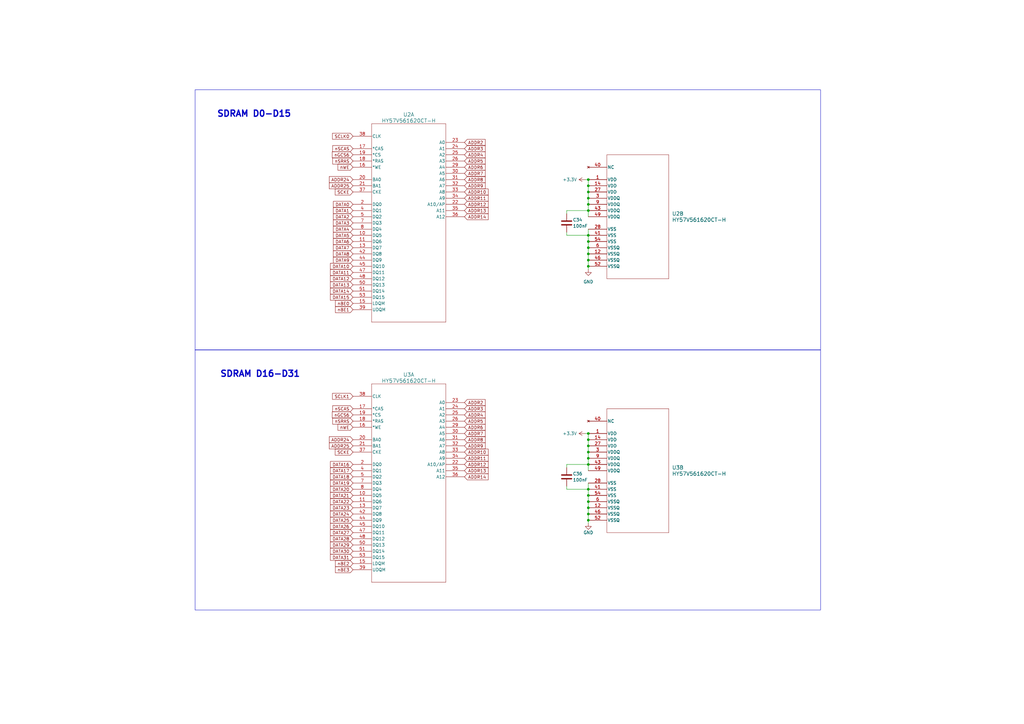
<source format=kicad_sch>
(kicad_sch (version 20230121) (generator eeschema)
  (paper "A3")
  (lib_symbols
    (symbol "Device:C" (pin_numbers hide) (pin_names (offset 0.254))
      (property "Reference" "C" (at 0.635 2.54 0))
      (property "Value" "C" (at 0.635 -2.54 0))
      (symbol "C_0_1"
        (polyline (pts (xy -2.032 -0.762) (xy 2.032 -0.762)) (stroke (width 0.508)))
        (polyline (pts (xy -2.032 0.762) (xy 2.032 0.762)) (stroke (width 0.508)))
      )
      (symbol "C_1_1"
        (pin passive line (at 0 3.81 270) (length 2.794) (name "~") (number "1"))
        (pin passive line (at 0 -3.81 90) (length 2.794) (name "~") (number "2"))
      )
    )
    (symbol "HY57V561620:HY57V561620CT-H" (pin_names (offset 0.254))
      (property "Reference" "U" (at 22.86 10.16 0))
      (property "Value" "HY57V561620CT-H" (at 22.86 7.62 0))
      (symbol "HY57V561620CT-H_1_1"
        (polyline (pts (xy 7.62 -76.2) (xy 38.1 -76.2)) (stroke (width 0.127)))
        (polyline (pts (xy 7.62 5.08) (xy 7.62 -76.2)) (stroke (width 0.127)))
        (polyline (pts (xy 38.1 -76.2) (xy 38.1 5.08)) (stroke (width 0.127)))
        (polyline (pts (xy 38.1 5.08) (xy 7.62 5.08)) (stroke (width 0.127)))
        (pin bidirectional line (at 0 -40.64 0) (length 7.62) (name "DQ5") (number "10"))
        (pin bidirectional line (at 0 -43.18 0) (length 7.62) (name "DQ6") (number "11"))
        (pin bidirectional line (at 0 -45.72 0) (length 7.62) (name "DQ7") (number "13"))
        (pin bidirectional line (at 0 -68.58 0) (length 7.62) (name "LDQM") (number "15"))
        (pin unspecified line (at 0 -12.7 0) (length 7.62) (name "*WE") (number "16"))
        (pin unspecified line (at 0 -5.08 0) (length 7.62) (name "*CAS") (number "17"))
        (pin unspecified line (at 0 -10.16 0) (length 7.62) (name "*RAS") (number "18"))
        (pin unspecified line (at 0 -7.62 0) (length 7.62) (name "*CS") (number "19"))
        (pin bidirectional line (at 0 -27.94 0) (length 7.62) (name "DQ0") (number "2"))
        (pin bidirectional line (at 0 -17.78 0) (length 7.62) (name "BA0") (number "20"))
        (pin bidirectional line (at 0 -20.32 0) (length 7.62) (name "BA1") (number "21"))
        (pin bidirectional line (at 45.72 -27.94 180) (length 7.62) (name "A10/AP") (number "22"))
        (pin bidirectional line (at 45.72 -2.54 180) (length 7.62) (name "A0") (number "23"))
        (pin bidirectional line (at 45.72 -5.08 180) (length 7.62) (name "A1") (number "24"))
        (pin bidirectional line (at 45.72 -7.62 180) (length 7.62) (name "A2") (number "25"))
        (pin bidirectional line (at 45.72 -10.16 180) (length 7.62) (name "A3") (number "26"))
        (pin bidirectional line (at 45.72 -12.7 180) (length 7.62) (name "A4") (number "29"))
        (pin bidirectional line (at 45.72 -15.24 180) (length 7.62) (name "A5") (number "30"))
        (pin bidirectional line (at 45.72 -17.78 180) (length 7.62) (name "A6") (number "31"))
        (pin bidirectional line (at 45.72 -20.32 180) (length 7.62) (name "A7") (number "32"))
        (pin bidirectional line (at 45.72 -22.86 180) (length 7.62) (name "A8") (number "33"))
        (pin bidirectional line (at 45.72 -25.4 180) (length 7.62) (name "A9") (number "34"))
        (pin bidirectional line (at 45.72 -30.48 180) (length 7.62) (name "A11") (number "35"))
        (pin bidirectional line (at 45.72 -33.02 180) (length 7.62) (name "A12") (number "36"))
        (pin unspecified line (at 0 -22.86 0) (length 7.62) (name "CKE") (number "37"))
        (pin input line (at 0 0 0) (length 7.62) (name "CLK") (number "38"))
        (pin bidirectional line (at 0 -71.12 0) (length 7.62) (name "UDQM") (number "39"))
        (pin bidirectional line (at 0 -30.48 0) (length 7.62) (name "DQ1") (number "4"))
        (pin bidirectional line (at 0 -48.26 0) (length 7.62) (name "DQ8") (number "42"))
        (pin bidirectional line (at 0 -50.8 0) (length 7.62) (name "DQ9") (number "44"))
        (pin bidirectional line (at 0 -53.34 0) (length 7.62) (name "DQ10") (number "45"))
        (pin bidirectional line (at 0 -55.88 0) (length 7.62) (name "DQ11") (number "47"))
        (pin bidirectional line (at 0 -58.42 0) (length 7.62) (name "DQ12") (number "48"))
        (pin bidirectional line (at 0 -33.02 0) (length 7.62) (name "DQ2") (number "5"))
        (pin bidirectional line (at 0 -60.96 0) (length 7.62) (name "DQ13") (number "50"))
        (pin bidirectional line (at 0 -63.5 0) (length 7.62) (name "DQ14") (number "51"))
        (pin bidirectional line (at 0 -66.04 0) (length 7.62) (name "DQ15") (number "53"))
        (pin bidirectional line (at 0 -35.56 0) (length 7.62) (name "DQ3") (number "7"))
        (pin bidirectional line (at 0 -38.1 0) (length 7.62) (name "DQ4") (number "8"))
      )
      (symbol "HY57V561620CT-H_2_1"
        (polyline (pts (xy 7.62 -45.72) (xy 33.02 -45.72)) (stroke (width 0.127)))
        (polyline (pts (xy 7.62 5.08) (xy 7.62 -45.72)) (stroke (width 0.127)))
        (polyline (pts (xy 33.02 -45.72) (xy 33.02 5.08)) (stroke (width 0.127)))
        (polyline (pts (xy 33.02 5.08) (xy 7.62 5.08)) (stroke (width 0.127)))
        (pin power_in line (at 0 -5.08 0) (length 7.62) (name "VDD") (number "1"))
        (pin power_out line (at 0 -35.56 0) (length 7.62) (name "VSSQ") (number "12"))
        (pin power_in line (at 0 -7.62 0) (length 7.62) (name "VDD") (number "14"))
        (pin power_in line (at 0 -10.16 0) (length 7.62) (name "VDD") (number "27"))
        (pin power_out line (at 0 -25.4 0) (length 7.62) (name "VSS") (number "28"))
        (pin power_in line (at 0 -12.7 0) (length 7.62) (name "VDDQ") (number "3"))
        (pin no_connect line (at 0 0 0) (length 7.62) (name "NC") (number "40"))
        (pin power_out line (at 0 -27.94 0) (length 7.62) (name "VSS") (number "41"))
        (pin power_in line (at 0 -17.78 0) (length 7.62) (name "VDDQ") (number "43"))
        (pin power_out line (at 0 -38.1 0) (length 7.62) (name "VSSQ") (number "46"))
        (pin power_in line (at 0 -20.32 0) (length 7.62) (name "VDDQ") (number "49"))
        (pin power_out line (at 0 -40.64 0) (length 7.62) (name "VSSQ") (number "52"))
        (pin power_out line (at 0 -30.48 0) (length 7.62) (name "VSS") (number "54"))
        (pin power_out line (at 0 -33.02 0) (length 7.62) (name "VSSQ") (number "6"))
        (pin power_in line (at 0 -15.24 0) (length 7.62) (name "VDDQ") (number "9"))
      )
    )
    (symbol "power:+3.3V" (power) (pin_names (offset 0))
      (property "Value" "+3.3V" (at 0 3.556 0))
      (symbol "+3.3V_0_1"
        (polyline (pts (xy -0.762 1.27) (xy 0 2.54)))
        (polyline (pts (xy 0 0) (xy 0 2.54)))
        (polyline (pts (xy 0 2.54) (xy 0.762 1.27)))
      )
      (symbol "+3.3V_1_1"
        (pin power_in line (at 0 0 90) (length 0) hide (name "+3.3V") (number "1"))
      )
    )
    (symbol "power:GND" (power) (pin_names (offset 0))
      (property "Value" "GND" (at 0 -3.81 0))
      (symbol "GND_0_1"
        (polyline (pts (xy 0 0) (xy 0 -1.27) (xy 1.27 -1.27) (xy 0 -2.54) (xy -1.27 -1.27) (xy 0 -1.27)))
      )
      (symbol "GND_1_1"
        (pin power_in line (at 0 0 270) (length 0) hide (name "GND") (number "1"))
      )
    )
  )
  (junction (at 241.3 73.66))
  (junction (at 241.3 190.5))
  (junction (at 241.3 185.42))
  (junction (at 241.3 213.36))
  (junction (at 241.3 101.6))
  (junction (at 241.3 205.74))
  (junction (at 241.3 187.96))
  (junction (at 241.3 96.52))
  (junction (at 241.3 109.22))
  (junction (at 241.3 104.14))
  (junction (at 241.3 76.2))
  (junction (at 241.3 106.68))
  (junction (at 241.3 200.66))
  (junction (at 241.3 177.8))
  (junction (at 241.3 86.36))
  (junction (at 241.3 81.28))
  (junction (at 241.3 99.06))
  (junction (at 241.3 210.82))
  (junction (at 241.3 182.88))
  (junction (at 241.3 208.28))
  (junction (at 241.3 203.2))
  (junction (at 241.3 78.74))
  (junction (at 241.3 83.82))
  (junction (at 241.3 180.34))
  (wire (pts (xy 232.41 199.39) (xy 232.41 200.66)))
  (wire (pts (xy 241.3 200.66) (xy 241.3 203.2)))
  (wire (pts (xy 232.41 200.66) (xy 241.3 200.66)))
  (wire (pts (xy 232.41 96.52) (xy 241.3 96.52)))
  (wire (pts (xy 241.3 190.5) (xy 241.3 193.04)))
  (wire (pts (xy 241.3 93.98) (xy 241.3 96.52)))
  (wire (pts (xy 241.3 73.66) (xy 241.3 76.2)))
  (wire (pts (xy 232.41 190.5) (xy 232.41 191.77)))
  (wire (pts (xy 241.3 104.14) (xy 241.3 106.68)))
  (wire (pts (xy 232.41 95.25) (xy 232.41 96.52)))
  (wire (pts (xy 240.03 73.66) (xy 241.3 73.66)))
  (wire (pts (xy 241.3 81.28) (xy 241.3 83.82)))
  (wire (pts (xy 241.3 180.34) (xy 241.3 182.88)))
  (wire (pts (xy 241.3 210.82) (xy 241.3 213.36)))
  (wire (pts (xy 241.3 213.36) (xy 241.3 214.63)))
  (wire (pts (xy 241.3 99.06) (xy 241.3 101.6)))
  (wire (pts (xy 232.41 86.36) (xy 241.3 86.36)))
  (wire (pts (xy 241.3 109.22) (xy 241.3 110.49)))
  (wire (pts (xy 232.41 190.5) (xy 241.3 190.5)))
  (wire (pts (xy 241.3 203.2) (xy 241.3 205.74)))
  (wire (pts (xy 241.3 177.8) (xy 240.03 177.8)))
  (wire (pts (xy 241.3 83.82) (xy 241.3 86.36)))
  (wire (pts (xy 241.3 182.88) (xy 241.3 185.42)))
  (wire (pts (xy 241.3 185.42) (xy 241.3 187.96)))
  (wire (pts (xy 241.3 78.74) (xy 241.3 81.28)))
  (wire (pts (xy 241.3 187.96) (xy 241.3 190.5)))
  (wire (pts (xy 241.3 96.52) (xy 241.3 99.06)))
  (wire (pts (xy 241.3 86.36) (xy 241.3 88.9)))
  (wire (pts (xy 241.3 106.68) (xy 241.3 109.22)))
  (wire (pts (xy 241.3 177.8) (xy 241.3 180.34)))
  (wire (pts (xy 241.3 208.28) (xy 241.3 210.82)))
  (wire (pts (xy 241.3 205.74) (xy 241.3 208.28)))
  (wire (pts (xy 241.3 198.12) (xy 241.3 200.66)))
  (wire (pts (xy 241.3 101.6) (xy 241.3 104.14)))
  (wire (pts (xy 232.41 86.36) (xy 232.41 87.63)))
  (wire (pts (xy 241.3 76.2) (xy 241.3 78.74)))
  (rectangle (start 80.01 143.51) (end 336.55 250.19))
  (rectangle (start 80.01 36.83) (end 336.55 143.51))
  (text "SDRAM D16-D31" (at 90.17 154.94 0) (effects (font (size 2.54 2.54) (thickness 0.508) bold) (justify left bottom)))
  (text "SDRAM D0-D15" (at 88.9 48.26 0) (effects (font (size 2.54 2.54) (thickness 0.508) bold) (justify left bottom)))
  (global_label "ADDR3" (shape input) (at 190.5 167.64 0) (property "Intersheetrefs" "${INTERSHEET_REFS}" (effects hide)))
  (global_label "ADDR11" (shape input) (at 190.5 81.28 0) (property "Intersheetrefs" "${INTERSHEET_REFS}" (effects hide)))
  (global_label "ADDR6" (shape input) (at 190.5 68.58 0) (property "Intersheetrefs" "${INTERSHEET_REFS}" (effects hide)))
  (global_label "ADDR5" (shape input) (at 190.5 172.72 0) (property "Intersheetrefs" "${INTERSHEET_REFS}" (effects hide)))
  (global_label "DATA27" (shape input) (at 144.78 218.44 180) (property "Intersheetrefs" "${INTERSHEET_REFS}" (effects hide)))
  (global_label "nSRAS" (shape input) (at 144.78 172.72 180) (property "Intersheetrefs" "${INTERSHEET_REFS}" (effects hide)))
  (global_label "DATA19" (shape input) (at 144.78 198.12 180) (property "Intersheetrefs" "${INTERSHEET_REFS}" (effects hide)))
  (global_label "ADDR7" (shape input) (at 190.5 177.8 0) (property "Intersheetrefs" "${INTERSHEET_REFS}" (effects hide)))
  (global_label "DATA4" (shape input) (at 144.78 93.98 180) (property "Intersheetrefs" "${INTERSHEET_REFS}" (effects hide)))
  (global_label "ADDR10" (shape input) (at 190.5 78.74 0) (property "Intersheetrefs" "${INTERSHEET_REFS}" (effects hide)))
  (global_label "DATA28" (shape input) (at 144.78 220.98 180) (property "Intersheetrefs" "${INTERSHEET_REFS}" (effects hide)))
  (global_label "ADDR4" (shape input) (at 190.5 63.5 0) (property "Intersheetrefs" "${INTERSHEET_REFS}" (effects hide)))
  (global_label "nWE" (shape input) (at 144.78 175.26 180) (property "Intersheetrefs" "${INTERSHEET_REFS}" (effects hide)))
  (global_label "DATA31" (shape input) (at 144.78 228.6 180) (property "Intersheetrefs" "${INTERSHEET_REFS}" (effects hide)))
  (global_label "nBE2" (shape input) (at 144.78 231.14 180) (property "Intersheetrefs" "${INTERSHEET_REFS}" (effects hide)))
  (global_label "ADDR10" (shape input) (at 190.5 185.42 0) (property "Intersheetrefs" "${INTERSHEET_REFS}" (effects hide)))
  (global_label "DATA22" (shape input) (at 144.78 205.74 180) (property "Intersheetrefs" "${INTERSHEET_REFS}" (effects hide)))
  (global_label "nWE" (shape input) (at 144.78 68.58 180) (property "Intersheetrefs" "${INTERSHEET_REFS}" (effects hide)))
  (global_label "ADDR24" (shape input) (at 144.78 180.34 180) (property "Intersheetrefs" "${INTERSHEET_REFS}" (effects hide)))
  (global_label "nGCS6" (shape input) (at 144.78 63.5 180) (property "Intersheetrefs" "${INTERSHEET_REFS}" (effects hide)))
  (global_label "DATA15" (shape input) (at 144.78 121.92 180) (property "Intersheetrefs" "${INTERSHEET_REFS}" (effects hide)))
  (global_label "DATA1" (shape input) (at 144.78 86.36 180) (property "Intersheetrefs" "${INTERSHEET_REFS}" (effects hide)))
  (global_label "ADDR9" (shape input) (at 190.5 182.88 0) (property "Intersheetrefs" "${INTERSHEET_REFS}" (effects hide)))
  (global_label "DATA0" (shape input) (at 144.78 83.82 180) (property "Intersheetrefs" "${INTERSHEET_REFS}" (effects hide)))
  (global_label "DATA13" (shape input) (at 144.78 116.84 180) (property "Intersheetrefs" "${INTERSHEET_REFS}" (effects hide)))
  (global_label "ADDR13" (shape input) (at 190.5 86.36 0) (property "Intersheetrefs" "${INTERSHEET_REFS}" (effects hide)))
  (global_label "DATA10" (shape input) (at 144.78 109.22 180) (property "Intersheetrefs" "${INTERSHEET_REFS}" (effects hide)))
  (global_label "DATA2" (shape input) (at 144.78 88.9 180) (property "Intersheetrefs" "${INTERSHEET_REFS}" (effects hide)))
  (global_label "DATA29" (shape input) (at 144.78 223.52 180) (property "Intersheetrefs" "${INTERSHEET_REFS}" (effects hide)))
  (global_label "ADDR25" (shape input) (at 144.78 76.2 180) (property "Intersheetrefs" "${INTERSHEET_REFS}" (effects hide)))
  (global_label "ADDR24" (shape input) (at 144.78 73.66 180) (property "Intersheetrefs" "${INTERSHEET_REFS}" (effects hide)))
  (global_label "DATA14" (shape input) (at 144.78 119.38 180) (property "Intersheetrefs" "${INTERSHEET_REFS}" (effects hide)))
  (global_label "DATA5" (shape input) (at 144.78 96.52 180) (property "Intersheetrefs" "${INTERSHEET_REFS}" (effects hide)))
  (global_label "ADDR3" (shape input) (at 190.5 60.96 0) (property "Intersheetrefs" "${INTERSHEET_REFS}" (effects hide)))
  (global_label "DATA21" (shape input) (at 144.78 203.2 180) (property "Intersheetrefs" "${INTERSHEET_REFS}" (effects hide)))
  (global_label "ADDR9" (shape input) (at 190.5 76.2 0) (property "Intersheetrefs" "${INTERSHEET_REFS}" (effects hide)))
  (global_label "nGCS6" (shape input) (at 144.78 170.18 180) (property "Intersheetrefs" "${INTERSHEET_REFS}" (effects hide)))
  (global_label "ADDR12" (shape input) (at 190.5 83.82 0) (property "Intersheetrefs" "${INTERSHEET_REFS}" (effects hide)))
  (global_label "DATA12" (shape input) (at 144.78 114.3 180) (property "Intersheetrefs" "${INTERSHEET_REFS}" (effects hide)))
  (global_label "SCKE" (shape input) (at 144.78 185.42 180) (property "Intersheetrefs" "${INTERSHEET_REFS}" (effects hide)))
  (global_label "DATA25" (shape input) (at 144.78 213.36 180) (property "Intersheetrefs" "${INTERSHEET_REFS}" (effects hide)))
  (global_label "ADDR25" (shape input) (at 144.78 182.88 180) (property "Intersheetrefs" "${INTERSHEET_REFS}" (effects hide)))
  (global_label "DATA11" (shape input) (at 144.78 111.76 180) (property "Intersheetrefs" "${INTERSHEET_REFS}" (effects hide)))
  (global_label "ADDR4" (shape input) (at 190.5 170.18 0) (property "Intersheetrefs" "${INTERSHEET_REFS}" (effects hide)))
  (global_label "ADDR13" (shape input) (at 190.5 193.04 0) (property "Intersheetrefs" "${INTERSHEET_REFS}" (effects hide)))
  (global_label "nSRAS" (shape input) (at 144.78 66.04 180) (property "Intersheetrefs" "${INTERSHEET_REFS}" (effects hide)))
  (global_label "SCLK1" (shape input) (at 144.78 162.56 180) (property "Intersheetrefs" "${INTERSHEET_REFS}" (effects hide)))
  (global_label "DATA17" (shape input) (at 144.78 193.04 180) (property "Intersheetrefs" "${INTERSHEET_REFS}" (effects hide)))
  (global_label "DATA30" (shape input) (at 144.78 226.06 180) (property "Intersheetrefs" "${INTERSHEET_REFS}" (effects hide)))
  (global_label "DATA16" (shape input) (at 144.78 190.5 180) (property "Intersheetrefs" "${INTERSHEET_REFS}" (effects hide)))
  (global_label "ADDR8" (shape input) (at 190.5 180.34 0) (property "Intersheetrefs" "${INTERSHEET_REFS}" (effects hide)))
  (global_label "nSCAS" (shape input) (at 144.78 167.64 180) (property "Intersheetrefs" "${INTERSHEET_REFS}" (effects hide)))
  (global_label "DATA3" (shape input) (at 144.78 91.44 180) (property "Intersheetrefs" "${INTERSHEET_REFS}" (effects hide)))
  (global_label "ADDR6" (shape input) (at 190.5 175.26 0) (property "Intersheetrefs" "${INTERSHEET_REFS}" (effects hide)))
  (global_label "nBE1" (shape input) (at 144.78 127 180) (property "Intersheetrefs" "${INTERSHEET_REFS}" (effects hide)))
  (global_label "ADDR2" (shape input) (at 190.5 58.42 0) (property "Intersheetrefs" "${INTERSHEET_REFS}" (effects hide)))
  (global_label "DATA9" (shape input) (at 144.78 106.68 180) (property "Intersheetrefs" "${INTERSHEET_REFS}" (effects hide)))
  (global_label "DATA20" (shape input) (at 144.78 200.66 180) (property "Intersheetrefs" "${INTERSHEET_REFS}" (effects hide)))
  (global_label "SCKE" (shape input) (at 144.78 78.74 180) (property "Intersheetrefs" "${INTERSHEET_REFS}" (effects hide)))
  (global_label "DATA24" (shape input) (at 144.78 210.82 180) (property "Intersheetrefs" "${INTERSHEET_REFS}" (effects hide)))
  (global_label "DATA18" (shape input) (at 144.78 195.58 180) (property "Intersheetrefs" "${INTERSHEET_REFS}" (effects hide)))
  (global_label "SCLK0" (shape input) (at 144.78 55.88 180) (property "Intersheetrefs" "${INTERSHEET_REFS}" (effects hide)))
  (global_label "nBE3" (shape input) (at 144.78 233.68 180) (property "Intersheetrefs" "${INTERSHEET_REFS}" (effects hide)))
  (global_label "ADDR5" (shape input) (at 190.5 66.04 0) (property "Intersheetrefs" "${INTERSHEET_REFS}" (effects hide)))
  (global_label "DATA23" (shape input) (at 144.78 208.28 180) (property "Intersheetrefs" "${INTERSHEET_REFS}" (effects hide)))
  (global_label "ADDR7" (shape input) (at 190.5 71.12 0) (property "Intersheetrefs" "${INTERSHEET_REFS}" (effects hide)))
  (global_label "DATA6" (shape input) (at 144.78 99.06 180) (property "Intersheetrefs" "${INTERSHEET_REFS}" (effects hide)))
  (global_label "nBE0" (shape input) (at 144.78 124.46 180) (property "Intersheetrefs" "${INTERSHEET_REFS}" (effects hide)))
  (global_label "ADDR12" (shape input) (at 190.5 190.5 0) (property "Intersheetrefs" "${INTERSHEET_REFS}" (effects hide)))
  (global_label "ADDR14" (shape input) (at 190.5 195.58 0) (property "Intersheetrefs" "${INTERSHEET_REFS}" (effects hide)))
  (global_label "DATA7" (shape input) (at 144.78 101.6 180) (property "Intersheetrefs" "${INTERSHEET_REFS}" (effects hide)))
  (global_label "ADDR8" (shape input) (at 190.5 73.66 0) (property "Intersheetrefs" "${INTERSHEET_REFS}" (effects hide)))
  (global_label "ADDR11" (shape input) (at 190.5 187.96 0) (property "Intersheetrefs" "${INTERSHEET_REFS}" (effects hide)))
  (global_label "DATA26" (shape input) (at 144.78 215.9 180) (property "Intersheetrefs" "${INTERSHEET_REFS}" (effects hide)))
  (global_label "nSCAS" (shape input) (at 144.78 60.96 180) (property "Intersheetrefs" "${INTERSHEET_REFS}" (effects hide)))
  (global_label "DATA8" (shape input) (at 144.78 104.14 180) (property "Intersheetrefs" "${INTERSHEET_REFS}" (effects hide)))
  (global_label "ADDR14" (shape input) (at 190.5 88.9 0) (property "Intersheetrefs" "${INTERSHEET_REFS}" (effects hide)))
  (global_label "ADDR2" (shape input) (at 190.5 165.1 0) (property "Intersheetrefs" "${INTERSHEET_REFS}" (effects hide)))
  (symbol (lib_id "power:+3.3V") (at 240.03 73.66 90) (unit 1)
    (property "Reference" "#PWR015" (effects hide))
    (property "Value" "+3.3V" (at 233.68 73.66 90))
  )
  (symbol (lib_id "HY57V561620:HY57V561620CT-H") (at 144.78 55.88 0) (unit 1)
    (property "Reference" "U2" (at 167.64 46.99 0) (effects (font (size 1.524 1.524))))
    (property "Value" "HY57V561620CT-H" (at 167.64 49.53 0) (effects (font (size 1.524 1.524))))
    (property "Footprint" "lib_eins2440:TSOP54_HNX" (effects hide))
    (property "Datasheet" "HY57V561620CT-H" (effects hide))
  )
  (symbol (lib_id "Device:C") (at 232.41 91.44 0) (unit 1)
    (property "Reference" "C34" (at 234.95 90.17 0) (effects (justify left)))
    (property "Value" "100nF" (at 234.95 92.71 0) (effects (justify left)))
    (property "Footprint" "Capacitor_SMD:C_0603_1608Metric" (effects hide))
  )
  (symbol (lib_id "HY57V561620:HY57V561620CT-H") (at 241.3 172.72 0) (unit 2)
    (property "Reference" "U3" (at 275.59 191.77 0) (effects (font (size 1.524 1.524)) (justify left)))
    (property "Value" "HY57V561620CT-H" (at 275.59 194.31 0) (effects (font (size 1.524 1.524)) (justify left)))
    (property "Footprint" "lib_eins2440:TSOP54_HNX" (effects hide))
    (property "Datasheet" "HY57V561620CT-H" (effects hide))
  )
  (symbol (lib_id "HY57V561620:HY57V561620CT-H") (at 241.3 68.58 0) (unit 2)
    (property "Reference" "U2" (at 275.59 87.63 0) (effects (font (size 1.524 1.524)) (justify left)))
    (property "Value" "HY57V561620CT-H" (at 275.59 90.17 0) (effects (font (size 1.524 1.524)) (justify left)))
    (property "Footprint" "lib_eins2440:TSOP54_HNX" (effects hide))
    (property "Datasheet" "HY57V561620CT-H" (effects hide))
  )
  (symbol (lib_id "power:+3.3V") (at 240.03 177.8 90) (unit 1)
    (property "Reference" "#PWR016" (effects hide))
    (property "Value" "+3.3V" (at 233.68 177.8 90))
  )
  (symbol (lib_id "power:GND") (at 241.3 214.63 0) (unit 1)
    (property "Reference" "#PWR018" (effects hide))
    (property "Value" "GND" (at 241.3 218.44 0))
  )
  (symbol (lib_id "HY57V561620:HY57V561620CT-H") (at 144.78 162.56 0) (unit 1)
    (property "Reference" "U3" (at 167.64 153.67 0) (effects (font (size 1.524 1.524))))
    (property "Value" "HY57V561620CT-H" (at 167.64 156.21 0) (effects (font (size 1.524 1.524))))
    (property "Footprint" "lib_eins2440:TSOP54_HNX" (effects hide))
    (property "Datasheet" "HY57V561620CT-H" (effects hide))
  )
  (symbol (lib_id "power:GND") (at 241.3 110.49 0) (unit 1)
    (property "Reference" "#PWR017" (effects hide))
    (property "Value" "GND" (at 241.3 115.57 0))
  )
  (symbol (lib_id "Device:C") (at 232.41 195.58 0) (unit 1)
    (property "Reference" "C36" (at 234.95 194.31 0) (effects (justify left)))
    (property "Value" "100nF" (at 234.95 196.85 0) (effects (justify left)))
    (property "Footprint" "Capacitor_SMD:C_0603_1608Metric" (effects hide))
  )
)
</source>
